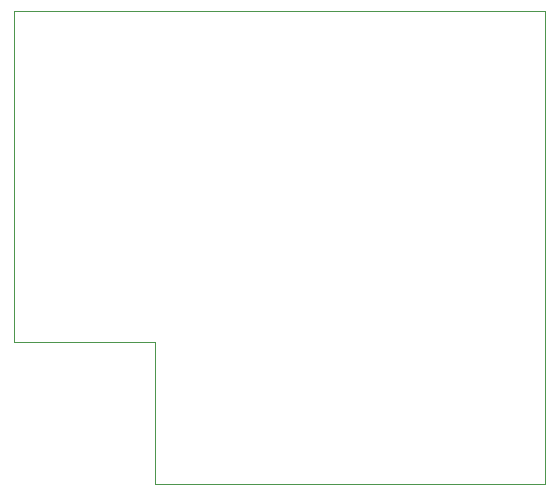
<source format=gbr>
%TF.GenerationSoftware,KiCad,Pcbnew,(5.1.7)-1*%
%TF.CreationDate,2021-06-08T21:15:34+03:00*%
%TF.ProjectId,RaspiAdapter,52617370-6941-4646-9170-7465722e6b69,rev?*%
%TF.SameCoordinates,Original*%
%TF.FileFunction,Profile,NP*%
%FSLAX46Y46*%
G04 Gerber Fmt 4.6, Leading zero omitted, Abs format (unit mm)*
G04 Created by KiCad (PCBNEW (5.1.7)-1) date 2021-06-08 21:15:34*
%MOMM*%
%LPD*%
G01*
G04 APERTURE LIST*
%TA.AperFunction,Profile*%
%ADD10C,0.050000*%
%TD*%
G04 APERTURE END LIST*
D10*
X130000000Y-118000000D02*
X130000000Y-90000000D01*
X142000000Y-118000000D02*
X130000000Y-118000000D01*
X142000000Y-130000000D02*
X142000000Y-118000000D01*
X175000000Y-130000000D02*
X142000000Y-130000000D01*
X175000000Y-90000000D02*
X175000000Y-130000000D01*
X130000000Y-90000000D02*
X175000000Y-90000000D01*
M02*

</source>
